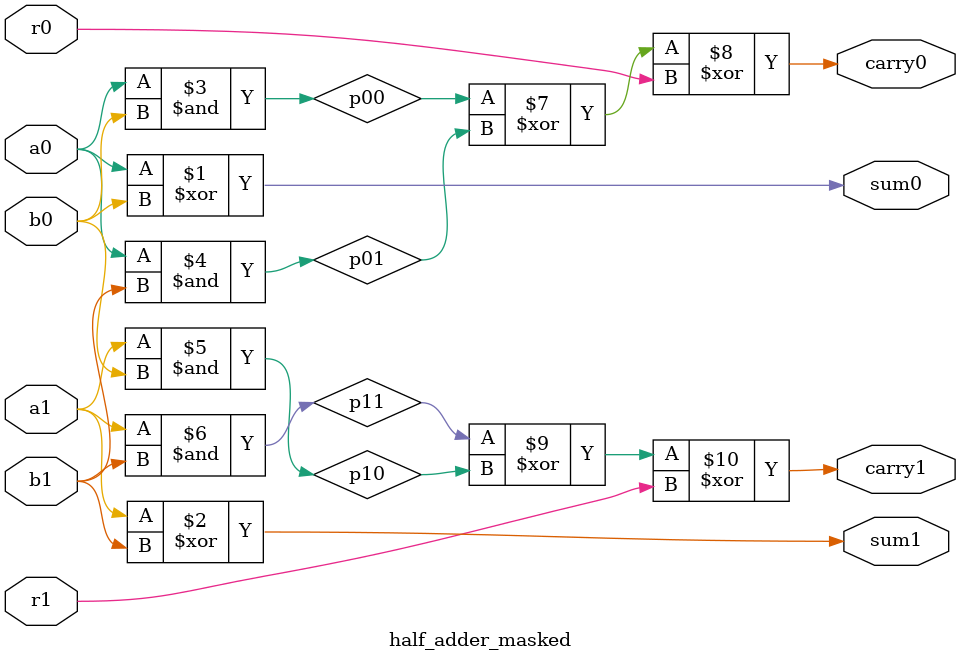
<source format=v>
module half_adder_masked (
    input  wire a0,
    input  wire a1,
    input  wire b0,
    input  wire b1,
    input  wire r0,
    input  wire r1,
    output wire sum0,
    output wire sum1,
    output wire carry0,
    output wire carry1
);

    // Sum (linear)
    assign sum0 = a0 ^ b0;
    assign sum1 = a1 ^ b1;

    // Carry (masked AND)
    wire p00, p01, p10, p11;
    assign p00 = a0 & b0;
    assign p01 = a0 & b1;
    assign p10 = a1 & b0;
    assign p11 = a1 & b1;

    assign carry0 = p00 ^ p01 ^ r0;
    assign carry1 = p11 ^ p10 ^ r1;

endmodule

</source>
